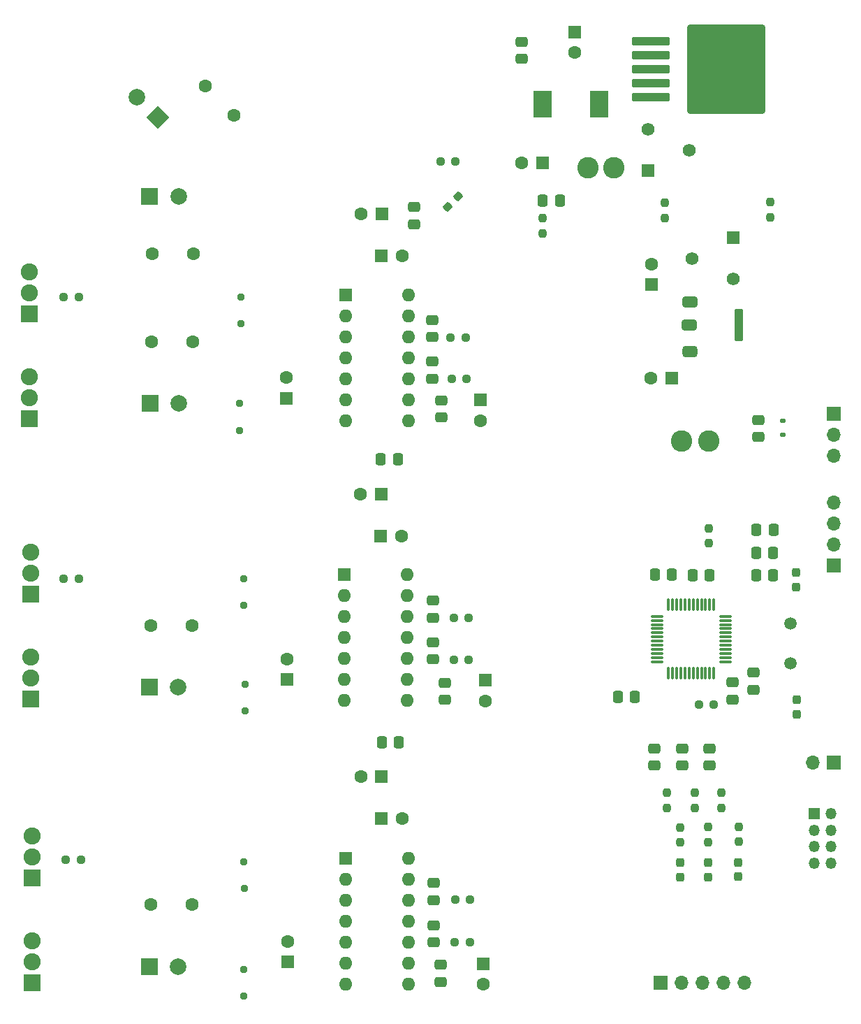
<source format=gbr>
%TF.GenerationSoftware,KiCad,Pcbnew,7.0.9*%
%TF.CreationDate,2024-01-15T08:13:50+05:30*%
%TF.ProjectId,controller_full6,636f6e74-726f-46c6-9c65-725f66756c6c,rev?*%
%TF.SameCoordinates,Original*%
%TF.FileFunction,Soldermask,Top*%
%TF.FilePolarity,Negative*%
%FSLAX46Y46*%
G04 Gerber Fmt 4.6, Leading zero omitted, Abs format (unit mm)*
G04 Created by KiCad (PCBNEW 7.0.9) date 2024-01-15 08:13:50*
%MOMM*%
%LPD*%
G01*
G04 APERTURE LIST*
G04 Aperture macros list*
%AMRoundRect*
0 Rectangle with rounded corners*
0 $1 Rounding radius*
0 $2 $3 $4 $5 $6 $7 $8 $9 X,Y pos of 4 corners*
0 Add a 4 corners polygon primitive as box body*
4,1,4,$2,$3,$4,$5,$6,$7,$8,$9,$2,$3,0*
0 Add four circle primitives for the rounded corners*
1,1,$1+$1,$2,$3*
1,1,$1+$1,$4,$5*
1,1,$1+$1,$6,$7*
1,1,$1+$1,$8,$9*
0 Add four rect primitives between the rounded corners*
20,1,$1+$1,$2,$3,$4,$5,0*
20,1,$1+$1,$4,$5,$6,$7,0*
20,1,$1+$1,$6,$7,$8,$9,0*
20,1,$1+$1,$8,$9,$2,$3,0*%
%AMRotRect*
0 Rectangle, with rotation*
0 The origin of the aperture is its center*
0 $1 length*
0 $2 width*
0 $3 Rotation angle, in degrees counterclockwise*
0 Add horizontal line*
21,1,$1,$2,0,0,$3*%
G04 Aperture macros list end*
%ADD10R,1.700000X1.700000*%
%ADD11O,1.700000X1.700000*%
%ADD12RoundRect,0.237500X0.237500X-0.250000X0.237500X0.250000X-0.237500X0.250000X-0.237500X-0.250000X0*%
%ADD13C,1.500000*%
%ADD14RoundRect,0.237500X-0.008839X-0.344715X0.344715X0.008839X0.008839X0.344715X-0.344715X-0.008839X0*%
%ADD15R,2.000000X2.000000*%
%ADD16C,2.000000*%
%ADD17R,1.350000X1.350000*%
%ADD18O,1.350000X1.350000*%
%ADD19C,1.600000*%
%ADD20RoundRect,0.250000X-0.337500X-0.475000X0.337500X-0.475000X0.337500X0.475000X-0.337500X0.475000X0*%
%ADD21RoundRect,0.200747X-0.204547X0.200746X-0.204547X-0.200746X0.204547X-0.200746X0.204547X0.200746X0*%
%ADD22RoundRect,0.196500X-0.196499X0.205000X-0.196499X-0.205000X0.196499X-0.205000X0.196499X0.205000X0*%
%ADD23RoundRect,0.237500X-0.250000X-0.237500X0.250000X-0.237500X0.250000X0.237500X-0.250000X0.237500X0*%
%ADD24RoundRect,0.250000X-0.475000X0.337500X-0.475000X-0.337500X0.475000X-0.337500X0.475000X0.337500X0*%
%ADD25RoundRect,0.237500X0.250000X0.237500X-0.250000X0.237500X-0.250000X-0.237500X0.250000X-0.237500X0*%
%ADD26R,1.600000X1.600000*%
%ADD27R,2.070000X2.070000*%
%ADD28C,2.070000*%
%ADD29RoundRect,0.250000X0.475000X-0.337500X0.475000X0.337500X-0.475000X0.337500X-0.475000X-0.337500X0*%
%ADD30R,1.560000X1.560000*%
%ADD31C,1.560000*%
%ADD32RoundRect,0.237500X-0.237500X0.287500X-0.237500X-0.287500X0.237500X-0.287500X0.237500X0.287500X0*%
%ADD33RoundRect,0.196500X0.196499X-0.205000X0.196499X0.205000X-0.196499X0.205000X-0.196499X-0.205000X0*%
%ADD34RoundRect,0.200747X0.204547X-0.200746X0.204547X0.200746X-0.204547X0.200746X-0.204547X-0.200746X0*%
%ADD35C,2.600000*%
%ADD36RoundRect,0.237500X-0.237500X0.250000X-0.237500X-0.250000X0.237500X-0.250000X0.237500X0.250000X0*%
%ADD37R,2.250000X3.200000*%
%ADD38O,1.600000X1.600000*%
%ADD39RoundRect,0.140375X-0.200625X0.140375X-0.200625X-0.140375X0.200625X-0.140375X0.200625X0.140375X0*%
%ADD40RoundRect,0.138014X-0.202090X0.138013X-0.202090X-0.138013X0.202090X-0.138013X0.202090X0.138013X0*%
%ADD41RoundRect,0.250000X-2.050000X-0.300000X2.050000X-0.300000X2.050000X0.300000X-2.050000X0.300000X0*%
%ADD42RoundRect,0.250002X-4.449998X-5.149998X4.449998X-5.149998X4.449998X5.149998X-4.449998X5.149998X0*%
%ADD43RoundRect,0.237500X-0.237500X0.300000X-0.237500X-0.300000X0.237500X-0.300000X0.237500X0.300000X0*%
%ADD44RoundRect,0.237500X0.237500X-0.300000X0.237500X0.300000X-0.237500X0.300000X-0.237500X-0.300000X0*%
%ADD45RoundRect,0.250000X0.337500X0.475000X-0.337500X0.475000X-0.337500X-0.475000X0.337500X-0.475000X0*%
%ADD46RoundRect,0.335000X0.571400X-0.335000X0.571400X0.335000X-0.571400X0.335000X-0.571400X-0.335000X0*%
%ADD47RoundRect,0.340000X0.582497X-0.339999X0.582497X0.339999X-0.582497X0.339999X-0.582497X-0.339999X0*%
%ADD48RoundRect,0.339998X0.567496X-0.339998X0.567496X0.339998X-0.567496X0.339998X-0.567496X-0.339998X0*%
%ADD49RoundRect,0.267500X0.267500X-1.717500X0.267500X1.717500X-0.267500X1.717500X-0.267500X-1.717500X0*%
%ADD50RoundRect,0.075000X0.662500X0.075000X-0.662500X0.075000X-0.662500X-0.075000X0.662500X-0.075000X0*%
%ADD51RoundRect,0.075000X0.075000X0.662500X-0.075000X0.662500X-0.075000X-0.662500X0.075000X-0.662500X0*%
%ADD52RotRect,2.000000X2.000000X135.000000*%
G04 APERTURE END LIST*
D10*
%TO.C,J2*%
X239500000Y-101400000D03*
D11*
X239500000Y-103940000D03*
X239500000Y-106480000D03*
%TD*%
D12*
%TO.C,R30*%
X219020000Y-77692500D03*
X219020000Y-75867500D03*
%TD*%
D13*
%TO.C,Y1*%
X234280000Y-131680000D03*
X234280000Y-126780000D03*
%TD*%
D14*
%TO.C,R32*%
X192684765Y-76345235D03*
X193975235Y-75054765D03*
%TD*%
D15*
%TO.C,C53*%
X156530000Y-168380000D03*
D16*
X160030000Y-168380000D03*
%TD*%
D17*
%TO.C,J3*%
X237150000Y-149860000D03*
D18*
X239150000Y-149860000D03*
X237150000Y-151860000D03*
X239150000Y-151860000D03*
X237150000Y-153860000D03*
X239150000Y-153860000D03*
X237150000Y-155860000D03*
X239150000Y-155860000D03*
%TD*%
D19*
%TO.C,C47*%
X156720000Y-127050000D03*
X161720000Y-127050000D03*
%TD*%
D20*
%TO.C,C42*%
X204212500Y-75620000D03*
X206287500Y-75620000D03*
%TD*%
D21*
%TO.C,D5*%
X168140000Y-134170000D03*
D22*
X168150000Y-137400000D03*
%TD*%
D23*
%TO.C,R28*%
X191817500Y-70820000D03*
X193642500Y-70820000D03*
%TD*%
D24*
%TO.C,C5*%
X190980000Y-163370000D03*
X190980000Y-165445000D03*
%TD*%
D25*
%TO.C,R10*%
X148212500Y-155475000D03*
X146387500Y-155475000D03*
%TD*%
D26*
%TO.C,C9*%
X173272556Y-167807444D03*
D19*
X173272556Y-165307444D03*
%TD*%
%TO.C,C50*%
X156900000Y-82070000D03*
X161900000Y-82070000D03*
%TD*%
D12*
%TO.C,R26*%
X224260000Y-153322500D03*
X224260000Y-151497500D03*
%TD*%
%TO.C,R5*%
X222640000Y-149132500D03*
X222640000Y-147307500D03*
%TD*%
D27*
%TO.C,Q6*%
X141940000Y-89340000D03*
D28*
X141940000Y-86800000D03*
X141940000Y-84260000D03*
%TD*%
D26*
%TO.C,C25*%
X184710000Y-77180000D03*
D19*
X182210000Y-77180000D03*
%TD*%
D20*
%TO.C,C31*%
X230102500Y-120950000D03*
X232177500Y-120950000D03*
%TD*%
D29*
%TO.C,C58*%
X191890000Y-101857500D03*
X191890000Y-99782500D03*
%TD*%
D27*
%TO.C,Q2*%
X142330000Y-157600000D03*
D28*
X142330000Y-155060000D03*
X142330000Y-152520000D03*
%TD*%
D24*
%TO.C,C3*%
X217740000Y-141942500D03*
X217740000Y-144017500D03*
%TD*%
%TO.C,C22*%
X190827444Y-90067556D03*
X190827444Y-92142556D03*
%TD*%
D30*
%TO.C,RV1*%
X216970000Y-71990000D03*
D31*
X221970000Y-69490000D03*
X216970000Y-66990000D03*
%TD*%
D32*
%TO.C,D11*%
X227890000Y-155737500D03*
X227890000Y-157487500D03*
%TD*%
D20*
%TO.C,C12*%
X184712500Y-141175000D03*
X186787500Y-141175000D03*
%TD*%
D19*
%TO.C,C17*%
X173250000Y-131120000D03*
D26*
X173250000Y-133620000D03*
%TD*%
%TO.C,C7*%
X197012556Y-168047444D03*
D19*
X197012556Y-170547444D03*
%TD*%
D24*
%TO.C,C21*%
X190820000Y-95092500D03*
X190820000Y-97167500D03*
%TD*%
D26*
%TO.C,C18*%
X184605113Y-111170000D03*
D19*
X182105113Y-111170000D03*
%TD*%
D12*
%TO.C,R27*%
X220920000Y-153332500D03*
X220920000Y-151507500D03*
%TD*%
D23*
%TO.C,R12*%
X193420000Y-131200224D03*
X195245000Y-131200224D03*
%TD*%
D10*
%TO.C,J4*%
X239500000Y-143685000D03*
D11*
X236960000Y-143685000D03*
%TD*%
D33*
%TO.C,D1*%
X168000000Y-155680000D03*
D34*
X168010000Y-158910000D03*
%TD*%
D23*
%TO.C,R13*%
X193420000Y-126120224D03*
X195245000Y-126120224D03*
%TD*%
D35*
%TO.C,L2*%
X212860000Y-71580000D03*
X209740000Y-71590000D03*
%TD*%
D36*
%TO.C,R31*%
X231800000Y-75777500D03*
X231800000Y-77602500D03*
%TD*%
D24*
%TO.C,C28*%
X188600000Y-76387500D03*
X188600000Y-78462500D03*
%TD*%
D27*
%TO.C,Q5*%
X141950000Y-102036026D03*
D28*
X141950000Y-99496026D03*
X141950000Y-96956026D03*
%TD*%
D12*
%TO.C,R6*%
X219290000Y-149142500D03*
X219290000Y-147317500D03*
%TD*%
D26*
%TO.C,C10*%
X184660000Y-145350000D03*
D19*
X182160000Y-145350000D03*
%TD*%
D15*
%TO.C,C55*%
X156570000Y-75120000D03*
D16*
X160070000Y-75120000D03*
%TD*%
D37*
%TO.C,D10*%
X211100000Y-63940000D03*
X204200000Y-63940000D03*
%TD*%
D35*
%TO.C,L1*%
X221030000Y-104710000D03*
X224320000Y-104760000D03*
%TD*%
D26*
%TO.C,C40*%
X208100000Y-55180000D03*
D19*
X208100000Y-57680000D03*
%TD*%
D28*
%TO.C,Q4*%
X142110000Y-118210000D03*
X142110000Y-120750000D03*
D27*
X142110000Y-123290000D03*
%TD*%
D20*
%TO.C,C4*%
X222392500Y-120940000D03*
X224467500Y-120940000D03*
%TD*%
D26*
%TO.C,U1*%
X180352556Y-155307444D03*
D38*
X180352556Y-157847444D03*
X180352556Y-160387444D03*
X180352556Y-162927444D03*
X180352556Y-165467444D03*
X180352556Y-168007444D03*
X180352556Y-170547444D03*
X187972556Y-170547444D03*
X187972556Y-168007444D03*
X187972556Y-165467444D03*
X187972556Y-162927444D03*
X187972556Y-160387444D03*
X187972556Y-157847444D03*
X187972556Y-155307444D03*
%TD*%
D10*
%TO.C,J5*%
X239490000Y-119760000D03*
D11*
X239490000Y-117220000D03*
X239490000Y-114680000D03*
X239490000Y-112140000D03*
%TD*%
D12*
%TO.C,R4*%
X225890000Y-149172500D03*
X225890000Y-147347500D03*
%TD*%
D15*
%TO.C,C51*%
X156610000Y-100170000D03*
D16*
X160110000Y-100170000D03*
%TD*%
D26*
%TO.C,C16*%
X184584888Y-116240000D03*
D19*
X187084888Y-116240000D03*
%TD*%
D15*
%TO.C,C52*%
X156550000Y-134520000D03*
D16*
X160050000Y-134520000D03*
%TD*%
D23*
%TO.C,R16*%
X193170000Y-97150000D03*
X194995000Y-97150000D03*
%TD*%
%TO.C,R8*%
X193542556Y-165447444D03*
X195367556Y-165447444D03*
%TD*%
D32*
%TO.C,D13*%
X224230000Y-155767500D03*
X224230000Y-157517500D03*
%TD*%
D24*
%TO.C,C1*%
X224420000Y-141972500D03*
X224420000Y-144047500D03*
%TD*%
D26*
%TO.C,U3*%
X180300000Y-87066250D03*
D38*
X180300000Y-89606250D03*
X180300000Y-92146250D03*
X180300000Y-94686250D03*
X180300000Y-97226250D03*
X180300000Y-99766250D03*
X180300000Y-102306250D03*
X187920000Y-102306250D03*
X187920000Y-99766250D03*
X187920000Y-97226250D03*
X187920000Y-94686250D03*
X187920000Y-92146250D03*
X187920000Y-89606250D03*
X187920000Y-87066250D03*
%TD*%
D23*
%TO.C,R20*%
X223147500Y-136670000D03*
X224972500Y-136670000D03*
%TD*%
D25*
%TO.C,R18*%
X147987500Y-87300000D03*
X146162500Y-87300000D03*
%TD*%
D29*
%TO.C,C11*%
X191832556Y-170214944D03*
X191832556Y-168139944D03*
%TD*%
D23*
%TO.C,R9*%
X193612556Y-160297444D03*
X195437556Y-160297444D03*
%TD*%
D12*
%TO.C,R7*%
X224390000Y-117105000D03*
X224390000Y-115280000D03*
%TD*%
D22*
%TO.C,D8*%
X167460000Y-103420000D03*
D21*
X167450000Y-100190000D03*
%TD*%
D24*
%TO.C,C2*%
X221110000Y-141972500D03*
X221110000Y-144047500D03*
%TD*%
D22*
%TO.C,D2*%
X167950000Y-171980000D03*
D21*
X167940000Y-168750000D03*
%TD*%
D39*
%TO.C,Z1*%
X233370000Y-102280000D03*
D40*
X233370000Y-103926778D03*
%TD*%
D26*
%TO.C,C41*%
X204192380Y-71030000D03*
D19*
X201692380Y-71030000D03*
%TD*%
D12*
%TO.C,R25*%
X227990000Y-153252500D03*
X227990000Y-151427500D03*
%TD*%
D26*
%TO.C,C45*%
X219840000Y-97090000D03*
D19*
X217340000Y-97090000D03*
%TD*%
D10*
%TO.C,J1*%
X218510000Y-170340000D03*
D11*
X221050000Y-170340000D03*
X223590000Y-170340000D03*
X226130000Y-170340000D03*
X228670000Y-170340000D03*
%TD*%
D20*
%TO.C,C34*%
X213332500Y-135680000D03*
X215407500Y-135680000D03*
%TD*%
D38*
%TO.C,U2*%
X187770000Y-120905000D03*
X187770000Y-123445000D03*
X187770000Y-125985000D03*
X187770000Y-128525000D03*
X187770000Y-131065000D03*
X187770000Y-133605000D03*
X187770000Y-136145000D03*
X180150000Y-136145000D03*
X180150000Y-133605000D03*
X180150000Y-131065000D03*
X180150000Y-128525000D03*
X180150000Y-125985000D03*
X180150000Y-123445000D03*
D26*
X180150000Y-120905000D03*
%TD*%
%TO.C,C8*%
X184684888Y-150410000D03*
D19*
X187184888Y-150410000D03*
%TD*%
D24*
%TO.C,C13*%
X190927444Y-129105280D03*
X190927444Y-131180280D03*
%TD*%
D29*
%TO.C,C19*%
X192310000Y-136067500D03*
X192310000Y-133992500D03*
%TD*%
D30*
%TO.C,RV2*%
X227290000Y-80107500D03*
D31*
X222290000Y-82607500D03*
X227290000Y-85107500D03*
%TD*%
D36*
%TO.C,R29*%
X204180000Y-77727500D03*
X204180000Y-79552500D03*
%TD*%
D20*
%TO.C,C20*%
X184562500Y-106900000D03*
X186637500Y-106900000D03*
%TD*%
D29*
%TO.C,C6*%
X190980000Y-160317500D03*
X190980000Y-158242500D03*
%TD*%
D24*
%TO.C,C32*%
X227200000Y-133962500D03*
X227200000Y-136037500D03*
%TD*%
D27*
%TO.C,Q1*%
X142330000Y-170300000D03*
D28*
X142330000Y-167760000D03*
X142330000Y-165220000D03*
%TD*%
D29*
%TO.C,C35*%
X229790000Y-134857500D03*
X229790000Y-132782500D03*
%TD*%
D20*
%TO.C,C36*%
X230132500Y-115450000D03*
X232207500Y-115450000D03*
%TD*%
D41*
%TO.C,U5*%
X217315000Y-56270000D03*
X217315000Y-57970000D03*
X217315000Y-59670000D03*
D42*
X226465000Y-59670000D03*
D41*
X217315000Y-61370000D03*
X217315000Y-63070000D03*
%TD*%
D43*
%TO.C,C29*%
X234990000Y-136080000D03*
X234990000Y-137805000D03*
%TD*%
D26*
%TO.C,C27*%
X184654888Y-82250000D03*
D19*
X187154888Y-82250000D03*
%TD*%
D25*
%TO.C,R15*%
X147987500Y-121400000D03*
X146162500Y-121400000D03*
%TD*%
D24*
%TO.C,C37*%
X230370000Y-102172500D03*
X230370000Y-104247500D03*
%TD*%
D32*
%TO.C,D12*%
X220850000Y-155775000D03*
X220850000Y-157525000D03*
%TD*%
D44*
%TO.C,C30*%
X234960000Y-122392500D03*
X234960000Y-120667500D03*
%TD*%
D28*
%TO.C,Q3*%
X142160000Y-130900000D03*
X142160000Y-133440000D03*
D27*
X142160000Y-135980000D03*
%TD*%
D33*
%TO.C,D4*%
X167960000Y-121412000D03*
D34*
X167970000Y-124642000D03*
%TD*%
D19*
%TO.C,C46*%
X156810000Y-92720000D03*
X161810000Y-92720000D03*
%TD*%
D45*
%TO.C,C33*%
X219907500Y-120930000D03*
X217832500Y-120930000D03*
%TD*%
D24*
%TO.C,C14*%
X190907444Y-124035280D03*
X190907444Y-126110280D03*
%TD*%
D46*
%TO.C,U6*%
X222038600Y-93845000D03*
D47*
X222022503Y-90704999D03*
D48*
X222027506Y-87855004D03*
D49*
X227980000Y-90630000D03*
%TD*%
D50*
%TO.C,U4*%
X226382500Y-131450000D03*
X226382500Y-130950000D03*
X226382500Y-130450000D03*
X226382500Y-129950000D03*
X226382500Y-129450000D03*
X226382500Y-128950000D03*
X226382500Y-128450000D03*
X226382500Y-127950000D03*
X226382500Y-127450000D03*
X226382500Y-126950000D03*
X226382500Y-126450000D03*
X226382500Y-125950000D03*
D51*
X224970000Y-124537500D03*
X224470000Y-124537500D03*
X223970000Y-124537500D03*
X223470000Y-124537500D03*
X222970000Y-124537500D03*
X222470000Y-124537500D03*
X221970000Y-124537500D03*
X221470000Y-124537500D03*
X220970000Y-124537500D03*
X220470000Y-124537500D03*
X219970000Y-124537500D03*
X219470000Y-124537500D03*
D50*
X218057500Y-125950000D03*
X218057500Y-126450000D03*
X218057500Y-126950000D03*
X218057500Y-127450000D03*
X218057500Y-127950000D03*
X218057500Y-128450000D03*
X218057500Y-128950000D03*
X218057500Y-129450000D03*
X218057500Y-129950000D03*
X218057500Y-130450000D03*
X218057500Y-130950000D03*
X218057500Y-131450000D03*
D51*
X219470000Y-132862500D03*
X219970000Y-132862500D03*
X220470000Y-132862500D03*
X220970000Y-132862500D03*
X221470000Y-132862500D03*
X221970000Y-132862500D03*
X222470000Y-132862500D03*
X222970000Y-132862500D03*
X223470000Y-132862500D03*
X223970000Y-132862500D03*
X224470000Y-132862500D03*
X224970000Y-132862500D03*
%TD*%
D26*
%TO.C,C24*%
X173120000Y-99516250D03*
D19*
X173120000Y-97016250D03*
%TD*%
D26*
%TO.C,C15*%
X197260000Y-133710224D03*
D19*
X197260000Y-136210224D03*
%TD*%
D24*
%TO.C,C39*%
X201640000Y-56372500D03*
X201640000Y-58447500D03*
%TD*%
D20*
%TO.C,C38*%
X230102500Y-118310000D03*
X232177500Y-118310000D03*
%TD*%
D26*
%TO.C,C44*%
X217402502Y-85777500D03*
D19*
X217402502Y-83277500D03*
%TD*%
D26*
%TO.C,C23*%
X196700000Y-99756250D03*
D19*
X196700000Y-102256250D03*
%TD*%
%TO.C,C49*%
X163282233Y-61742233D03*
X166817767Y-65277767D03*
%TD*%
%TO.C,C48*%
X156710000Y-160830000D03*
X161710000Y-160830000D03*
%TD*%
D33*
%TO.C,D7*%
X167620000Y-87280000D03*
D34*
X167630000Y-90510000D03*
%TD*%
D23*
%TO.C,R17*%
X193030000Y-92180000D03*
X194855000Y-92180000D03*
%TD*%
D52*
%TO.C,C54*%
X157524874Y-65544874D03*
D16*
X155050000Y-63070000D03*
%TD*%
M02*

</source>
